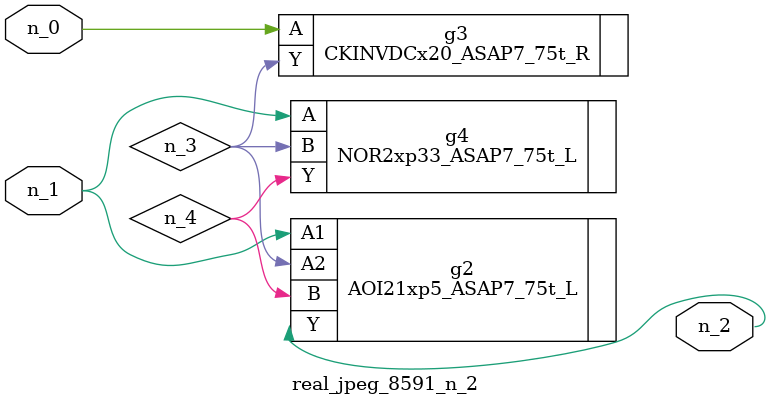
<source format=v>
module real_jpeg_8591_n_2 (n_1, n_0, n_2);

input n_1;
input n_0;

output n_2;

wire n_4;
wire n_3;

CKINVDCx20_ASAP7_75t_R g3 ( 
.A(n_0),
.Y(n_3)
);

AOI21xp5_ASAP7_75t_L g2 ( 
.A1(n_1),
.A2(n_3),
.B(n_4),
.Y(n_2)
);

NOR2xp33_ASAP7_75t_L g4 ( 
.A(n_1),
.B(n_3),
.Y(n_4)
);


endmodule
</source>
